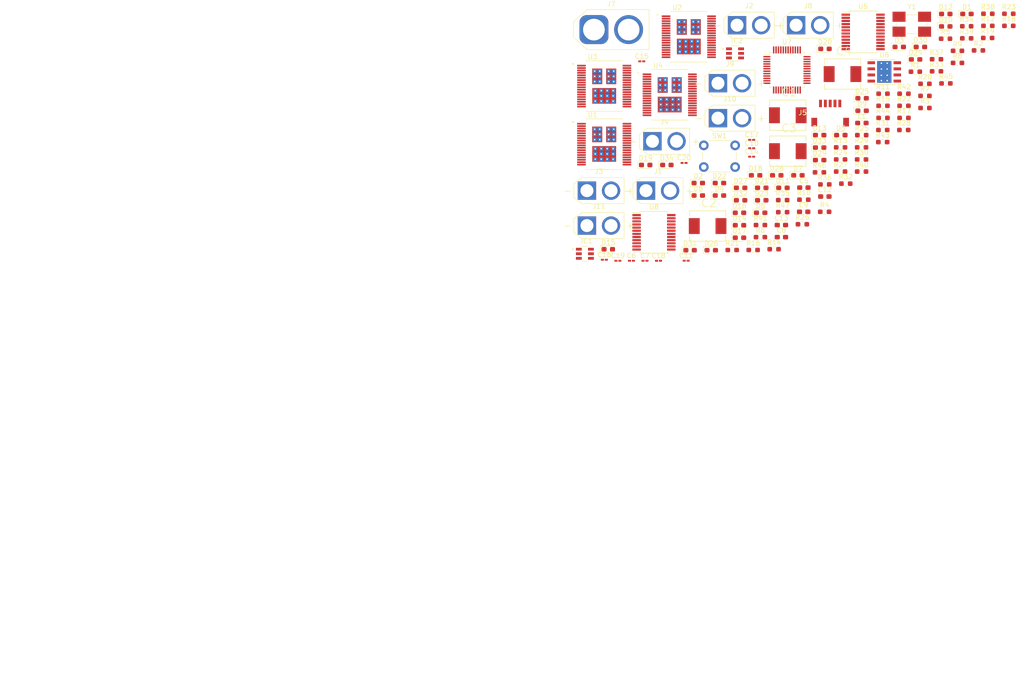
<source format=kicad_pcb>
(kicad_pcb (version 20211014) (generator pcbnew)
  (layers (0 "F.Cu" signal) (31 "B.Cu" signal) (34 "B.Paste" user) (35 "F.Paste" user) (36 "B.SilkS" user "B.Silkscreen") (37 "F.SilkS" user "F.Silkscreen") (38 "B.Mask" user) (39 "F.Mask" user) (44 "Edge.Cuts" user))
  (net 0 "")
  (net 1 "VCCQ")
  (net 2 "GND")
  (net 3 "+12V")
  (net 4 "Net-(C6-Pad1)")
  (net 5 "+3V3")
  (net 6 "Net-(C7-Pad2)")
  (net 8 "Net-(C9-Pad2)")
  (net 9 "Net-(C10-Pad2)")
  (net 10 "Net-(C11-Pad2)")
  (net 11 "+3.3V")
  (net 12 "Net-(C14-Pad2)")
  (net 13 "Net-(C15-Pad1)")
  (net 14 "Net-(D1-Pad2)")
  (net 15 "BL_DIR")
  (net 16 "BR_DIR")
  (net 17 "NOT_BR_DIR")
  (net 18 "NOT_BL_DIR")
  (net 19 "FL_DIR")
  (net 20 "FR_DIR")
  (net 21 "NOT_FR_DIR")
  (net 22 "NOT_FL_DIR")
  (net 23 "Net-(J1-Pad1)")
  (net 24 "Net-(J1-Pad2)")
  (net 25 "Net-(J2-Pad1)")
  (net 26 "Net-(J2-Pad2)")
  (net 27 "Net-(J3-Pad1)")
  (net 28 "Net-(J3-Pad2)")
  (net 29 "Net-(J4-Pad1)")
  (net 30 "Net-(J4-Pad2)")
  (net 31 "/CLK")
  (net 32 "/DIO")
  (net 33 "/PTX")
  (net 34 "/PRX")
  (net 35 "+BATT")
  (net 36 "VCC")
  (net 37 "Net-(R1-Pad1)")
  (net 38 "Net-(R2-Pad1)")
  (net 39 "Net-(R3-Pad1)")
  (net 40 "Net-(R4-Pad1)")
  (net 41 "Net-(R5-Pad1)")
  (net 42 "Net-(R6-Pad1)")
  (net 43 "Net-(R7-Pad1)")
  (net 44 "Net-(R8-Pad1)")
  (net 45 "Net-(R9-Pad2)")
  (net 46 "Net-(R10-Pad2)")
  (net 47 "Net-(R11-Pad2)")
  (net 48 "Net-(R13-Pad2)")
  (net 49 "Net-(R14-Pad2)")
  (net 50 "Net-(R15-Pad2)")
  (net 51 "Net-(R16-Pad2)")
  (net 52 "Net-(R17-Pad2)")
  (net 53 "Net-(R18-Pad2)")
  (net 54 "Net-(R19-Pad2)")
  (net 55 "Net-(R20-Pad2)")
  (net 56 "Net-(R21-Pad2)")
  (net 57 "Net-(R22-Pad2)")
  (net 58 "Net-(R23-Pad2)")
  (net 59 "Net-(R24-Pad1)")
  (net 60 "Net-(R25-Pad2)")
  (net 61 "Net-(R26-Pad2)")
  (net 62 "Net-(R29-Pad2)")
  (net 63 "Net-(R30-Pad2)")
  (net 64 "Net-(R31-Pad2)")
  (net 65 "Net-(R33-Pad2)")
  (net 66 "Net-(R34-Pad2)")
  (net 67 "Net-(R35-Pad1)")
  (net 68 "Net-(R36-Pad2)")
  (net 69 "Net-(R37-Pad2)")
  (net 70 "Net-(R38-Pad2)")
  (net 71 "Net-(R39-Pad2)")
  (net 72 "Net-(R40-Pad2)")
  (net 73 "Net-(R41-Pad2)")
  (net 74 "Net-(R42-Pad2)")
  (net 75 "Net-(R43-Pad2)")
  (net 76 "Net-(R44-Pad2)")
  (net 77 "Net-(R45-Pad1)")
  (net 78 "Net-(R46-Pad2)")
  (net 79 "Net-(R47-Pad2)")
  (net 80 "FL_PWM")
  (net 83 "FR_PWM")
  (net 86 "BR_PWM")
  (net 89 "BL_PWM")
  (net 103 "TX")
  (net 104 "RX")
  (net 110 "/LG")
  (net 111 "/M1")
  (net 114 "/M1_3")
  (net 115 "/M1_2")
  (net 116 "/M1_1")
  (net 117 "/M1_0")
  (net 119 "/M2")
  (net 124 "/M2_2")
  (net 125 "/M2_3")
  (net 128 "/M2_1")
  (net 129 "/M2_0")
  (footprint "Resistor_SMD:R_0603_1608Metric_Pad0.98x0.95mm_HandSolder" (layer "F.Cu") (at 234.35 49.83)
    (fp_text reference "R13")
    (fp_text value "R_Photo")
  )
  (footprint "VNH5050A-E:SOP50P1030X247-39N" (layer "F.Cu") (at 185.31 49.16)
    (fp_text reference "U1")
    (fp_text value "VNH5050A-E")
  )
  (footprint "Resistor_SMD:R_0603_1608Metric_Pad0.98x0.95mm_HandSolder" (layer "F.Cu") (at 243.15 38.69)
    (fp_text reference "R11")
    (fp_text value "R_Photo")
  )
  (footprint "LED_SMD:LED_0603_1608Metric_Pad1.05x0.95mm_HandSolder" (layer "F.Cu") (at 213.375 63.4)
    (fp_text reference "D16")
    (fp_text value "LED")
  )
  (footprint "LED_SMD:LED_0603_1608Metric_Pad1.05x0.95mm_HandSolder" (layer "F.Cu") (at 246.515 28.98)
    (fp_text reference "D3")
    (fp_text value "LED")
  )
  (footprint "Resistor_SMD:R_0603_1608Metric_Pad0.98x0.95mm_HandSolder" (layer "F.Cu") (at 231.08 57.52)
    (fp_text reference "R36")
    (fp_text value "R_Photo")
  )
  (footprint "LED_SMD:LED_0603_1608Metric_Pad1.05x0.95mm_HandSolder" (layer "F.Cu") (at 217.765 63.4)
    (fp_text reference "D6")
    (fp_text value "LED")
  )
  (footprint "Resistor_SMD:R_0603_1608Metric_Pad0.98x0.95mm_HandSolder" (layer "F.Cu") (at 264.86 27.11)
    (fp_text reference "R19")
    (fp_text value "R_Photo")
  )
  (footprint "Resistor_SMD:R_0603_1608Metric_Pad0.98x0.95mm_HandSolder" (layer "F.Cu") (at 238.7 49.83)
    (fp_text reference "R29")
    (fp_text value "R_Photo")
  )
  (footprint "Resistor_SMD:R_0603_1608Metric_Pad0.98x0.95mm_HandSolder" (layer "F.Cu") (at 264.9 24.6)
    (fp_text reference "R12")
    (fp_text value "R_US")
  )
  (footprint "Resistor_SMD:R_0603_1608Metric_Pad0.98x0.95mm_HandSolder" (layer "F.Cu") (at 226.42 65.79)
    (fp_text reference "R26")
    (fp_text value "R_Photo")
  )
  (footprint "Resistor_SMD:R_0603_1608Metric_Pad0.98x0.95mm_HandSolder" (layer "F.Cu") (at 229.96 55.01)
    (fp_text reference "R46")
    (fp_text value "R_Photo")
  )
  (footprint "LED_SMD:LED_0603_1608Metric_Pad1.05x0.95mm_HandSolder" (layer "F.Cu") (at 217.995 58.22)
    (fp_text reference "D21")
    (fp_text value "LED")
  )
  (footprint "Connector_AMASS:AMASS_XT30U-M_1x02_P5.0mm_Vertical" (layer "F.Cu") (at 181.73 58.81)
    (fp_text reference "J3")
    (fp_text value "XT30")
  )
  (footprint "Capacitor_SMD:C_0201_0603Metric_Pad0.64x0.40mm_HandSolder" (layer "F.Cu") (at 202.31 73.35)
    (fp_text reference "C11")
    (fp_text value "C")
  )
  (footprint "LED_SMD:LED_0603_1608Metric_Pad1.05x0.95mm_HandSolder" (layer "F.Cu") (at 213.605 58.22)
    (fp_text reference "D27")
    (fp_text value "LED")
  )
  (footprint "LED_SMD:LED_0603_1608Metric_Pad1.05x0.95mm_HandSolder" (layer "F.Cu") (at 230.005 49.87)
    (fp_text reference "D33")
    (fp_text value "LED")
  )
  (footprint "LED_SMD:LED_0603_1608Metric_Pad1.05x0.95mm_HandSolder" (layer "F.Cu") (at 209.215 59.82)
    (fp_text reference "D4")
    (fp_text value "LED")
  )
  (footprint "TAJV107K025RNJ:CAPCP7361X380N" (layer "F.Cu") (at 234.7444 34.6108)
    (fp_text reference "C4")
    (fp_text value "C_Polarized")
  )
  (footprint "Resistor_SMD:R_0603_1608Metric_Pad0.98x0.95mm_HandSolder" (layer "F.Cu") (at 264.9 22.09)
    (fp_text reference "R38")
    (fp_text value "R_Photo")
  )
  (footprint "LED_SMD:LED_0603_1608Metric_Pad1.05x0.95mm_HandSolder" (layer "F.Cu") (at 230.005 47.28)
    (fp_text reference "D13")
    (fp_text value "LED")
  )
  (footprint "Capacitor_SMD:C_0201_0603Metric_Pad0.64x0.40mm_HandSolder" (layer "F.Cu") (at 215.9 50.01)
    (fp_text reference "C10")
    (fp_text value "C")
  )
  (footprint "LED_SMD:LED_0603_1608Metric_Pad1.05x0.95mm_HandSolder" (layer "F.Cu") (at 234.395 47.28)
    (fp_text reference "D5")
    (fp_text value "LED")
  )
  (footprint "TAJV107K025RNJ:CAPCP7361X380N" (layer "F.Cu") (at 223.3944 43.1608)
    (fp_text reference "C1")
    (fp_text value "C_Polarized")
  )
  (footprint "Resistor_SMD:R_0603_1608Metric_Pad0.98x0.95mm_HandSolder" (layer "F.Cu") (at 217.72 68.46)
    (fp_text reference "R6")
    (fp_text value "R_US")
  )
  (footprint "LED_SMD:LED_0603_1608Metric_Pad1.05x0.95mm_HandSolder" (layer "F.Cu") (at 260.555 22.13)
    (fp_text reference "D1")
    (fp_text value "LED")
  )
  (footprint "Resistor_SMD:R_0603_1608Metric_Pad0.98x0.95mm_HandSolder" (layer "F.Cu") (at 234.35 52.34)
    (fp_text reference "R24")
    (fp_text value "R_US")
  )
  (footprint "Capacitor_SMD:C_0603_1608Metric_Pad1.08x0.95mm_HandSolder" (layer "F.Cu") (at 226.69 63.2)
    (fp_text reference "C9")
    (fp_text value "C")
  )
  (footprint "Capacitor_SMD:C_0201_0603Metric_Pad0.64x0.40mm_HandSolder" (layer "F.Cu") (at 193.1 31.96)
    (fp_text reference "C15")
    (fp_text value "C")
  )
  (footprint "Resistor_SMD:R_0603_1608Metric_Pad0.98x0.95mm_HandSolder" (layer "F.Cu") (at 222.34 63.28)
    (fp_text reference "R47")
    (fp_text value "R_Photo")
  )
  (footprint "SN74LVC2G04DBVT:SOT95P280X145-6N" (layer "F.Cu") (at 212.445 30.31)
    (fp_text reference "IC2")
    (fp_text value "SN74LVC2G04DRLR")
  )
  (footprint "LED_SMD:LED_0603_1608Metric_Pad1.05x0.95mm_HandSolder" (layer "F.Cu") (at 213.605 60.81)
    (fp_text reference "D32")
    (fp_text value "LED")
  )
  (footprint "Resistor_SMD:R_0603_1608Metric_Pad0.98x0.95mm_HandSolder" (layer "F.Cu") (at 260.51 27.19)
    (fp_text reference "R39")
    (fp_text value "R_Photo")
  )
  (footprint "Connector_AMASS:AMASS_XT30U-M_1x02_P5.0mm_Vertical" (layer "F.Cu") (at 208.91 36.51)
    (fp_text reference "J9")
    (fp_text value "XT30")
  )
  (footprint "Resistor_SMD:R_0603_1608Metric_Pad0.98x0.95mm_HandSolder" (layer "F.Cu") (at 260.51 24.68)
    (fp_text reference "R34")
    (fp_text value "R_Photo")
  )
  (footprint "LED_SMD:LED_0603_1608Metric_Pad1.05x0.95mm_HandSolder" (layer "F.Cu") (at 213.375 68.58)
    (fp_text reference "D17")
    (fp_text value "LED")
  )
  (footprint "LED_SMD:LED_0603_1608Metric_Pad1.05x0.95mm_HandSolder" (layer "F.Cu") (at 204.825 59.82)
    (fp_text reference "D8")
    (fp_text value "LED")
  )
  (footprint "TAJV107K025RNJ:CAPCP7361X380N" (layer "F.Cu") (at 223.3944 50.6108)
    (fp_text reference "C3")
    (fp_text value "C_Polarized")
  )
  (footprint "Resistor_SMD:R_0603_1608Metric_Pad0.98x0.95mm_HandSolder" (layer "F.Cu") (at 216.21 71.13)
    (fp_text reference "R16")
    (fp_text value "R_Photo")
  )
  (footprint "Resistor_SMD:R_0603_1608Metric_Pad0.98x0.95mm_HandSolder" (layer "F.Cu") (at 238.7 52.34)
    (fp_text reference "R30")
    (fp_text value "R_Photo")
  )
  (footprint "Capacitor_SMD:C_0603_1608Metric_Pad1.08x0.95mm_HandSolder" (layer "F.Cu") (at 231.08 60.03)
    (fp_text reference "C12")
    (fp_text value "bals")
  )
  (footprint "Capacitor_SMD:C_0201_0603Metric_Pad0.64x0.40mm_HandSolder" (layer "F.Cu") (at 215.9 51.76)
    (fp_text reference "C14")
    (fp_text value "C")
  )
  (footprint "Capacitor_SMD:C_0201_0603Metric_Pad0.64x0.40mm_HandSolder" (layer "F.Cu") (at 193.77 73.36)
    (fp_text reference "C7")
    (fp_text value "C")
  )
  (footprint "Package_SO:SSOP-24_5.3x8.2mm_P0.65mm" (layer "F.Cu") (at 195.63 67.46)
    (fp_text reference "U8")
    (fp_text value "CD74HC4067SM")
  )
  (footprint "Resistor_SMD:R_0603_1608Metric_Pad0.98x0.95mm_HandSolder" (layer "F.Cu") (at 243.09 48.73)
    (fp_text reference "R43")
    (fp_text value "R_Photo")
  )
  (footprint "Resistor_SMD:R_0603_1608Metric_Pad0.98x0.95mm_HandSolder" (layer "F.Cu") (at 238.74 47.28)
    (fp_text reference "R25")
    (fp_text value "R_Photo")
  )
  (footprint "Connector_AMASS:AMASS_XT30U-M_1x02_P5.0mm_Vertical" (layer "F.Cu") (at 208.91 43.76)
    (fp_text reference "J10")
    (fp_text value "XT30")
  )
  (footprint "Resistor_SMD:R_0603_1608Metric_Pad0.98x0.95mm_HandSolder" (layer "F.Cu") (at 258.6 32.29)
    (fp_text reference "R8")
    (fp_text value "R_US")
  )
  (footprint "Resistor_SMD:R_0603_1608Metric_Pad0.98x0.95mm_HandSolder" (layer "F.Cu") (at 254.25 31.53)
    (fp_text reference "R37")
    (fp_text value "R_Photo")
  )
  (footprint "Resistor_SMD:R_0603_1608Metric_Pad0.98x0.95mm_HandSolder" (layer "F.Cu") (at 258.6 29.78)
    (fp_text reference "R9")
    (fp_text value "R_Photo")
  )
  (footprint "Capacitor_SMD:C_0201_0603Metric_Pad0.64x0.40mm_HandSolder" (layer "F.Cu") (at 201.88 53.06)
    (fp_text reference "C20")
    (fp_text value "C")
  )
  (footprint "Resistor_SMD:R_0603_1608Metric_Pad0.98x0.95mm_HandSolder" (layer "F.Cu") (at 251.85 39.14)
    (fp_text reference "R7")
    (fp_text value "R_US")
  )
  (footprint "Resistor_SMD:R_0603_1608Metric_Pad0.98x0.95mm_HandSolder" (layer "F.Cu") (at 262.95 29.7)
    (fp_text reference "R2")
    (fp_text value "R_US")
  )
  (footprint "Connector_AMASS:AMASS_XT30U-M_1x02_P5.0mm_Vertical" (layer "F.Cu") (at 225.12 24.46)
    (fp_text reference "J8")
    (fp_text value "XT30")
  )
  (footprint "Resistor_SMD:R_0603_1608Metric_Pad0.98x0.95mm_HandSolder" (layer "F.Cu") (at 254.25 34.04)
    (fp_text reference "R33")
    (fp_text value "R_Photo")
  )
  (footprint "Connector_AMASS:AMASS_XT30U-M_1x02_P5.0mm_Vertical" (layer "F.Cu") (at 193.98 58.81)
    (fp_text reference "J1")
    (fp_text value "XT30")
  )
  (footprint "Resistor_SMD:R_0603_1608Metric_Pad0.98x0.95mm_HandSolder" (layer "F.Cu") (at 269.25 24.6)
    (fp_text reference "R18")
    (fp_text value "R_Photo")
  )
  (footprint "Crystal:Crystal_SMD_0603-4Pin_6.0x3.5mm_HandSoldering" (layer "F.Cu") (at 249.12 24.26)
    (fp_text reference "Y1")
    (fp_text value "Crystal")
  )
  (footprint "Connector_AMASS:AMASS_XT30U-M_1x02_P5.0mm_Vertical" (layer "F.Cu") (at 195.32 48.56)
    (fp_text reference "J4")
    (fp_text value "XT30")
  )
  (footprint "LED_SMD:LED_0603_1608Metric_Pad1.05x0.95mm_HandSolder" (layer "F.Cu") (at 186.155 70.98)
    (fp_text reference "D15")
    (fp_text value "LED")
  )
  (footprint "LED_SMD:LED_0603_1608Metric_Pad1.05x0.95mm_HandSolder" (layer "F.Cu") (at 256.165 22.13)
    (fp_text reference "D12")
    (fp_text value "LED")
  )
  (footprint "Resistor_SMD:R_0603_1608Metric_Pad0.98x0.95mm_HandSolder" (layer "F.Cu") (at 211.86 71.14)
    (fp_text reference "R21")
    (fp_text value "R_Photo")
  )
  (footprint "LED_SMD:LED_0603_1608Metric_Pad1.05x0.95mm_HandSolder" (layer "F.Cu") (at 238.805 42.22)
    (fp_text reference "D9")
    (fp_text value "LED")
  )
  (footprint "LED_SMD:LED_0603_1608Metric_Pad1.05x0.95mm_HandSolder" (layer "F.Cu") (at 230.005 52.46)
    (fp_text reference "D29")
    (fp_text value "LED")
  )
  (footprint "Resistor_SMD:R_0603_1608Metric_Pad0.98x0.95mm_HandSolder" (layer "F.Cu") (at 251.85 41.65)
    (fp_text reference "R3")
    (fp_text value "R_US")
  )
  (footprint "Connector_AMASS:AMASS_XT30U-M_1x02_P5.0mm_Vertical" (layer "F.Cu") (at 212.87 24.46)
    (fp_text reference "J2")
    (fp_text value "XT30")
  )
  (footprint "SN74LVC2G04DBVT:SOT95P280X145-6N" (layer "F.Cu") (at 181.305 71.91)
    (fp_text reference "IC1")
    (fp_text value "SN74LVC2G04DRLR")
  )
  (footprint "Capacitor_SMD:C_0603_1608Metric_Pad1.08x0.95mm_HandSolder" (layer "F.Cu") (at 226.73 58.18)
    (fp_text reference "C5")
    (fp_text value "nigga fuck")
  )
  (footprint "Resistor_SMD:R_0603_1608Metric_Pad0.98x0.95mm_HandSolder" (layer "F.Cu") (at 234.35 54.85)
    (fp_text reference "R27")
    (fp_text value "R_US")
  )
  (footprint "VNH5050A-E:SOP50P1030X247-39N" (layer "F.Cu") (at 185.31 37.11)
    (fp_text reference "U3")
    (fp_text value "VNH5050A-E")
  )
  (footprint "LED_SMD:LED_0603_1608Metric_Pad1.05x0.95mm_HandSolder" (layer "F.Cu") (at 238.805 39.63)
    (fp_text reference "D25")
    (fp_text value "LED")
  )
  (footprint "Capacitor_SMD:C_0201_0603Metric_Pad0.64x0.40mm_HandSolder" (layer "F.Cu") (at 196.58 73.36)
    (fp_text reference "C18")
    (fp_text value "C")
  )
  (footprint "LED_SMD:LED_0603_1608Metric_Pad1.05x0.95mm_HandSolder" (layer "F.Cu") (at 231.105 29.38)
    (fp_text reference "D20")
    (fp_text value "LED")
  )
  (footprint "Capacitor_SMD:C_0603_1608Metric_Pad1.08x0.95mm_HandSolder" (layer "F.Cu") (at 222.07 68.46)
    (fp_text reference "C8")
    (fp_text value "C")
  )
  (footprint "Resistor_SMD:R_0603_1608Metric_Pad0.98x0.95mm_HandSolder" (layer "F.Cu") (at 249.86 34.12)
    (fp_text reference "R1")
    (fp_text value "R_US")
  )
  (footprint "Resistor_SMD:R_0603_1608Metric_Pad0.98x0.95mm_HandSolder" (layer "F.Cu") (at 222.34 60.77)
    (fp_text reference "R35")
    (fp_text value "R_US")
  )
  (footprint "Capacitor_SMD:C_0201_0603Metric_Pad0.64x0.40mm_HandSolder" (layer "F.Cu") (at 185.34 73.15)
    (fp_text reference "C16")
    (fp_text value "C")
  )
  (footprint "Resistor_SMD:R_0603_1608Metric_Pad0.98x0.95mm_HandSolder" (layer "F.Cu") (at 243.15 43.71)
    (fp_text reference "R44")
    (fp_text value "R_Photo")
  )
  (footprint "LED_SMD:LED_0603_1608Metric_Pad1.05x0.95mm_HandSolder" (layer "F.Cu") (at 207.515 71.18)
    (fp_text reference "D26")
    (fp_text value "LED")
  )
  (footprint "VNH5050A-E:SOP50P1030X247-39N" (layer "F.Cu") (at 202.86 26.86)
    (fp_text reference "U2")
    (fp_text value "VNH5050A-E")
  )
  (footprint "Resistor_SMD:R_0603_1608Metric_Pad0.98x0.95mm_HandSolder" (layer "F.Cu") (at 247.5 43.71)
    (fp_text reference "R17")
    (fp_text value "R_Photo")
  )
  (footprint "Resistor_SMD:R_0603_1608Metric_Pad0.98x0.95mm_HandSolder" (layer "F.Cu") (at 243.11 46.22)
    (fp_text reference "R31")
    (fp_text value "R_Photo")
  )
  (footprint "Package_SO:TI_SO-PowerPAD-8_ThermalVias" (layer "F.Cu") (at 243.41 34.16)
    (fp_text reference "U6")
    (fp_text value "TPS5430DDA")
  )
  (footprint "Resistor_SMD:R_0603_1608Metric_Pad0.98x0.95mm_HandSolder" (layer "F.Cu") (at 217.72 65.95)
    (fp_text reference "R41")
    (fp_text value "R_Photo")
  )
  (footprint "Resistor_SMD:R_0603_1608Metric_Pad0.98x0.95mm_HandSolder" (layer "F.Cu") (at 269.25 22.09)
    (fp_text reference "R23")
    (fp_text value "R_Photo")
  )
  (footprint "Connector_AMASS:AMASS_XT30U-M_1x02_P5.0mm_Vertical" (layer "F.Cu") (at 181.73 66.06)
    (fp_text reference "J11")
    (fp_text value "XT30")
  )
  (footprint "Resistor_SMD:R_0603_1608Metric_Pad0.98x0.95mm_HandSolder" (layer "F.Cu") (at 256.2 36.55)
    (fp_text reference "R45")
    (fp_text value "R_US")
  )
  (footprint "Resistor_SMD:R_0603_1608Metric_Pad0.98x0.95mm_HandSolder" (layer "F.Cu") (at 247.5 38.69)
    (fp_text reference "R42")
    (fp_text value "R_Photo")
  )
  (footprint "Resistor_SMD:R_0603_1608Metric_Pad0.98x0.95mm_HandSolder" (layer "F.Cu") (at 226.73 60.69)
    (fp_text reference "R10")
    (fp_text value "R_Photo")
  )
  (footprint "LED_SMD:LED_0603_1608Metric_Pad1.05x0.95mm_HandSolder" (layer "F.Cu") (at 198.305 53.48)
    (fp_text reference "D34")
    (fp_text value "LED")
  )
  (footprint "Resistor_SMD:R_0603_1608Metric_Pad0.98x0.95mm_HandSolder" (layer "F.Cu") (at 235.43 57.36)
    (fp_text reference "R32")
    (fp_text value "R_US")
  )
  (footprint "LED_SMD:LED_0603_1608Metric_Pad1.05x0.95mm_HandSolder" (layer "F.Cu") (at 222.385 58.22)
    (fp_text reference "D11")
    (fp_text value "LED")
  )
  (footprint "Button_Switch_THT:SW_PUSH_6mm_H7.3mm" (layer "F.Cu") (at 205.97 49.41)
    (fp_text reference "SW1")
    (fp_text value "SW_Push")
  )
  (footprint "LED_SMD:LED_0603_1608Metric_Pad1.05x0.95mm_HandSolder" (layer "F.Cu") (at 217.995 60.81)
    (fp_text reference "D23")
    (fp_text value "LED")
  )
  (footprint "Capacitor_SMD:C_0201_0603Metric_Pad0.64x0.40mm_HandSolder" (layer "F.Cu") (at 188.15 73.36)
    (fp_text reference "C19")
    (fp_text value "C")
  )
  (footprint "LED_SMD:LED_0603_1608Metric_Pad1.05x0.95mm_HandSolder" (layer "F.Cu") (at 256.165 24.72)
    (fp_text reference "D10")
    (fp_text value "LED")
  )
  (footprint "LED_SMD:LED_0603_1608Metric_Pad1.05x0.95mm_HandSolder" (layer "F.Cu") (at 213.375 65.99)
    (fp_text reference "D14")
    (fp_text value "LED")
  )
  (footprint "Resistor_SMD:R_0603_1608Metric_Pad0.98x0.95mm_HandSolder" (layer "F.Cu") (at 247.46 46.22)
    (fp_text reference "R28")
    (fp_text value "R_US")
  )
  (footprint "Resistor_SMD:R_0603_1608Metric_Pad0.98x0.95mm_HandSolder" (layer "F.Cu") (at 251.85 36.63)
    (fp_text reference "R20")
    (fp_text value "R_Photo")
  )
  (footprint "Resistor_SMD:R_0603_1608Metric_Pad0.98x0.95mm_HandSolder" (layer "F.Cu") (at 256.12 27.27)
    (fp_text reference "R5")
    (fp_text value "R_US")
  )
  (footprint "Inductor_SMD:L_0603_1608Metric_Pad1.05x0.95mm_HandSolder" (layer "F.Cu") (at 238.76 44.77)
    (fp_text reference "L1")
    (fp_text value "L")
  )
  (footprint "VNH5050A-E:SOP50P1030X247-39N" (layer "F.Cu") (at 198.9 38.91)
    (fp_text reference "U4")
    (fp_text value "VNH5050A-E")
  )
  (footprint "Resistor_SMD:R_0603_1608Metric_Pad0.98x0.95mm_HandSolder" (layer "F.Cu") (at 231.04 63.2)
    (fp_text reference "R4")
    (fp_text value "R_US")
  )
  (footprint "Capacitor_SMD:C_0201_0603Metric_Pad0.64x0.40mm_HandSolder" (layer "F.Cu") (at 215.9 48.26)
    (fp_text reference "C17")
    (fp_text value "C")
  )
  (footprint "Package_QFP:LQFP-48_7x7mm_P0.5mm" (layer "F.Cu") (at 223.21 33.76)
    (fp_text reference "U7")
    (fp_text value "STM32F103CBTx")
  )
  (footprint "LED_SMD:LED_0603_1608Metric_Pad1.05x0.95mm_HandSolder" (layer "F.Cu") (at 221.105 55.63)
    (fp_text reference "D28")
    (fp_text value "LED")
  )
  (footprint "LED_SMD:LED_0603_1608Metric_Pad1.05x0.95mm_HandSolder" (layer "F.Cu") (at 209.215 57.23)
    (fp_text reference "D22")
    (fp_text value "LED")
  )
  (footprint "TAJV107K025RNJ:CAPCP7361X380N" (layer "F.Cu") (at 206.7644 66.1608)
    (fp_text reference "C2")
    (fp_text value "C_Polarized")
  )
  (footprint "Capacitor_SMD:C_0201_0603Metric_Pad0.64x0.40mm_HandSolder" (layer "F.Cu") (at 190.96 73.36)
    (fp_text reference "C6")
    (fp_text value "C")
  )
  (footprint "Capacitor_SMD:C_0603_1608Metric_Pad1.08x0.95mm_HandSolder" (layer "F.Cu") (at 222.07 65.95)
    (fp_text reference "C13")
    (fp_text value "C")
  )
  (footprint "Package_SO:SSOP-24_5.3x8.2mm_P0.65mm" (layer "F.Cu") (at 239.02 25.86)
    (fp_text reference "U5")
    (fp_text value "CD74HC4067SM")
  )
  (footprint "Diode_SMD:D_0603_1608Metric_Pad1.05x0.95mm_HandSolder" (layer "F.Cu") (at 204.825 57.23)
    (fp_text reference "D2")
    (fp_text value "hao yuan is a hoe")
  )
  (footprint "Resistor_SMD:R_0603_1608Metric_Pad0.98x0.95mm_HandSolder" (layer "F.Cu") (at 220.56 70.97)
    (fp_text reference "R14")
    (fp_text value "R_Photo")
  )
  (footprint "Resistor_SMD:R_0603_1608Metric_Pad0.98x0.95mm_HandSolder" (layer "F.Cu") (at 243.15 41.2)
    (fp_text reference "R15")
    (fp_text value "R_Photo")
  )
  (footprint "LED_SMD:LED_0603_1608Metric_Pad1.05x0.95mm_HandSolder" (layer "F.Cu") (at 193.915 53.48)
    (fp_text reference "D19")
    (fp_text value "LED")
  )
  (footprint "Resistor_SMD:R_0603_1608Metric_Pad0.98x0.95mm_HandSolder" (layer "F.Cu") (at 238.7 54.85)
    (fp_text reference "R40")
    (fp_text value "R_Photo")
  )
  (footprint "LED_SMD:LED_0603_1608Metric_Pad1.05x0.95mm_HandSolder" (layer "F.Cu") (at 216.715 55.63)
    (fp_text reference "D18")
    (fp_text value "LED")
  )
  (footprint "Resistor_SMD:R_0603_1608Metric_Pad0.98x0.95mm_HandSolder" (layer "F.Cu") (at 247.5 41.2)
    (fp_text reference "R22")
    (fp_text value "R_Photo")
  )
  (footprint "LED_SMD:LED_0603_1608Metric_Pad1.05x0.95mm_HandSolder" (layer "F.Cu") (at 250.905 28.98)
    (fp_text reference "D30")
    (fp_text value "LED")
  )
  (footprint "LED_SMD:LED_0603_1608Metric_Pad1.05x0.95mm_HandSolder" (layer "F.Cu") (at 249.905 31.57)
    (fp_text reference "D24")
    (fp_text value "LED")
  )
  (footprint "LED_SMD:LED_0603_1608Metric_Pad1.05x0.95mm_HandSolder" (layer "F.Cu") (at 225.495 55.63)
    (fp_text reference "D7")
    (fp_text value "LED")
  )
  (footprint "Connector_AMASS:AMASS_XT60-M_1x02_P7.20mm_Vertical" (layer "F.Cu") (at 183.1744 25.3808)
    (fp_text reference "J7")
    (fp_text value "XT60")
  )
  (footprint "SM05B-SRSS-TB:JST-SR-SIDE-5" (layer "F.Cu") (at 232.185 40.71)
    (fp_text reference "J5")
    (fp_text value "SM05B-SRSS-TB")
  )
  (footprint "LED_SMD:LED_0603_1608Metric_Pad1.05x0.95mm_HandSolder" (layer "F.Cu") (at 203.125 71.18)
    (fp_text reference "D31")
    (fp_text value "LED")
  )
)
</source>
